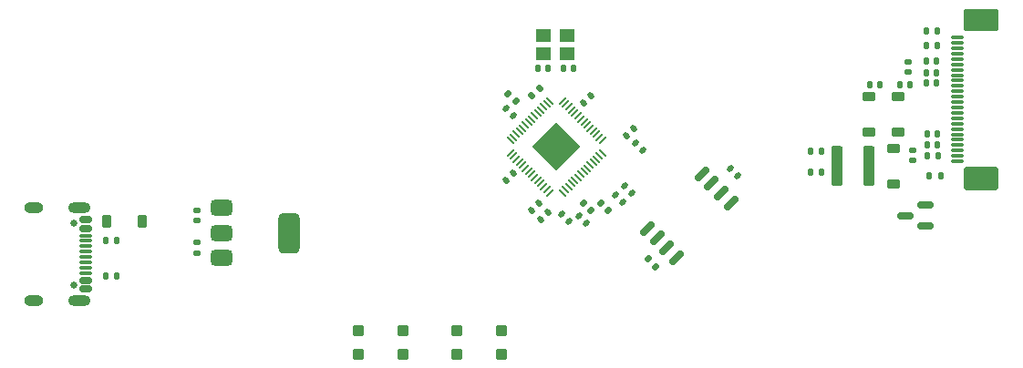
<source format=gbr>
%TF.GenerationSoftware,KiCad,Pcbnew,9.0.1*%
%TF.CreationDate,2025-10-31T20:13:03-04:00*%
%TF.ProjectId,arcus,61726375-732e-46b6-9963-61645f706362,2025-10-31*%
%TF.SameCoordinates,Original*%
%TF.FileFunction,Soldermask,Top*%
%TF.FilePolarity,Negative*%
%FSLAX46Y46*%
G04 Gerber Fmt 4.6, Leading zero omitted, Abs format (unit mm)*
G04 Created by KiCad (PCBNEW 9.0.1) date 2025-10-31 20:13:03*
%MOMM*%
%LPD*%
G01*
G04 APERTURE LIST*
G04 Aperture macros list*
%AMRoundRect*
0 Rectangle with rounded corners*
0 $1 Rounding radius*
0 $2 $3 $4 $5 $6 $7 $8 $9 X,Y pos of 4 corners*
0 Add a 4 corners polygon primitive as box body*
4,1,4,$2,$3,$4,$5,$6,$7,$8,$9,$2,$3,0*
0 Add four circle primitives for the rounded corners*
1,1,$1+$1,$2,$3*
1,1,$1+$1,$4,$5*
1,1,$1+$1,$6,$7*
1,1,$1+$1,$8,$9*
0 Add four rect primitives between the rounded corners*
20,1,$1+$1,$2,$3,$4,$5,0*
20,1,$1+$1,$4,$5,$6,$7,0*
20,1,$1+$1,$6,$7,$8,$9,0*
20,1,$1+$1,$8,$9,$2,$3,0*%
%AMRotRect*
0 Rectangle, with rotation*
0 The origin of the aperture is its center*
0 $1 length*
0 $2 width*
0 $3 Rotation angle, in degrees counterclockwise*
0 Add horizontal line*
21,1,$1,$2,0,0,$3*%
G04 Aperture macros list end*
%ADD10RoundRect,0.225000X-0.375000X0.225000X-0.375000X-0.225000X0.375000X-0.225000X0.375000X0.225000X0*%
%ADD11RoundRect,0.225000X0.375000X-0.225000X0.375000X0.225000X-0.375000X0.225000X-0.375000X-0.225000X0*%
%ADD12RoundRect,0.225000X0.225000X0.375000X-0.225000X0.375000X-0.225000X-0.375000X0.225000X-0.375000X0*%
%ADD13RoundRect,0.140000X-0.140000X-0.170000X0.140000X-0.170000X0.140000X0.170000X-0.140000X0.170000X0*%
%ADD14RoundRect,0.140000X0.170000X-0.140000X0.170000X0.140000X-0.170000X0.140000X-0.170000X-0.140000X0*%
%ADD15RoundRect,0.135000X0.226274X0.035355X0.035355X0.226274X-0.226274X-0.035355X-0.035355X-0.226274X0*%
%ADD16RoundRect,0.135000X0.135000X0.185000X-0.135000X0.185000X-0.135000X-0.185000X0.135000X-0.185000X0*%
%ADD17RoundRect,0.250000X-0.300000X-1.600000X0.300000X-1.600000X0.300000X1.600000X-0.300000X1.600000X0*%
%ADD18RoundRect,0.140000X0.219203X0.021213X0.021213X0.219203X-0.219203X-0.021213X-0.021213X-0.219203X0*%
%ADD19RoundRect,0.142500X-0.382500X-0.332500X0.382500X-0.332500X0.382500X0.332500X-0.382500X0.332500X0*%
%ADD20RoundRect,0.140000X-0.170000X0.140000X-0.170000X-0.140000X0.170000X-0.140000X0.170000X0.140000X0*%
%ADD21RoundRect,0.140000X0.140000X0.170000X-0.140000X0.170000X-0.140000X-0.170000X0.140000X-0.170000X0*%
%ADD22RoundRect,0.375000X-0.625000X-0.375000X0.625000X-0.375000X0.625000X0.375000X-0.625000X0.375000X0*%
%ADD23RoundRect,0.500000X-0.500000X-1.400000X0.500000X-1.400000X0.500000X1.400000X-0.500000X1.400000X0*%
%ADD24C,0.650000*%
%ADD25RoundRect,0.150000X-0.425000X0.150000X-0.425000X-0.150000X0.425000X-0.150000X0.425000X0.150000X0*%
%ADD26RoundRect,0.075000X-0.500000X0.075000X-0.500000X-0.075000X0.500000X-0.075000X0.500000X0.075000X0*%
%ADD27O,2.100000X1.000000*%
%ADD28O,1.800000X1.000000*%
%ADD29RoundRect,0.140000X-0.021213X0.219203X-0.219203X0.021213X0.021213X-0.219203X0.219203X-0.021213X0*%
%ADD30RoundRect,0.140000X-0.219203X-0.021213X-0.021213X-0.219203X0.219203X0.021213X0.021213X0.219203X0*%
%ADD31RoundRect,0.162500X0.344715X0.574524X-0.574524X-0.344715X-0.344715X-0.574524X0.574524X0.344715X0*%
%ADD32RoundRect,0.135000X-0.035355X0.226274X-0.226274X0.035355X0.035355X-0.226274X0.226274X-0.035355X0*%
%ADD33RoundRect,0.150000X0.587500X0.150000X-0.587500X0.150000X-0.587500X-0.150000X0.587500X-0.150000X0*%
%ADD34RoundRect,0.135000X-0.226274X-0.035355X-0.035355X-0.226274X0.226274X0.035355X0.035355X0.226274X0*%
%ADD35RoundRect,0.135000X-0.135000X-0.185000X0.135000X-0.185000X0.135000X0.185000X-0.135000X0.185000X0*%
%ADD36RoundRect,0.140000X0.021213X-0.219203X0.219203X-0.021213X-0.021213X0.219203X-0.219203X0.021213X0*%
%ADD37RoundRect,0.075000X0.525000X-0.075000X0.525000X0.075000X-0.525000X0.075000X-0.525000X-0.075000X0*%
%ADD38RoundRect,0.330000X1.320000X-0.770000X1.320000X0.770000X-1.320000X0.770000X-1.320000X-0.770000X0*%
%ADD39RoundRect,0.315000X1.335000X-0.735000X1.335000X0.735000X-1.335000X0.735000X-1.335000X-0.735000X0*%
%ADD40R,1.400000X1.200000*%
%ADD41RoundRect,0.050000X0.238649X0.309359X-0.309359X-0.238649X-0.238649X-0.309359X0.309359X0.238649X0*%
%ADD42RoundRect,0.050000X-0.238649X0.309359X-0.309359X0.238649X0.238649X-0.309359X0.309359X-0.238649X0*%
%ADD43RotRect,3.200000X3.200000X225.000000*%
G04 APERTURE END LIST*
D10*
%TO.C,D7*%
X172900000Y-78350000D03*
X172900000Y-81650000D03*
%TD*%
D11*
%TO.C,D6*%
X172462742Y-86450000D03*
X172462742Y-83150000D03*
%TD*%
%TO.C,D5*%
X170137258Y-81650000D03*
X170137258Y-78350000D03*
%TD*%
D12*
%TO.C,D1*%
X102705000Y-89920000D03*
X99405000Y-89920000D03*
%TD*%
D13*
%TO.C,C7*%
X165742742Y-85400000D03*
X164782742Y-85400000D03*
%TD*%
D14*
%TO.C,C6*%
X173800000Y-75120000D03*
X173800000Y-76080000D03*
%TD*%
D13*
%TO.C,C26*%
X139391142Y-75743223D03*
X140351142Y-75743223D03*
%TD*%
D15*
%TO.C,R1*%
X145960624Y-88960624D03*
X145239376Y-88239376D03*
%TD*%
D16*
%TO.C,R11*%
X176572742Y-83800000D03*
X175552742Y-83800000D03*
%TD*%
D13*
%TO.C,C8*%
X175582742Y-82800000D03*
X176542742Y-82800000D03*
%TD*%
%TO.C,C28*%
X175457258Y-76100000D03*
X176417258Y-76100000D03*
%TD*%
D17*
%TO.C,L2*%
X167162742Y-84800000D03*
X170162742Y-84800000D03*
%TD*%
D18*
%TO.C,C22*%
X137139411Y-80139411D03*
X136460589Y-79460589D03*
%TD*%
D19*
%TO.C,SW1*%
X122725000Y-100125000D03*
X126875000Y-100125000D03*
X122725000Y-102275000D03*
X126875000Y-102275000D03*
%TD*%
D20*
%TO.C,C27*%
X174262742Y-83320000D03*
X174262742Y-84280000D03*
%TD*%
D19*
%TO.C,SW2*%
X131925000Y-100125000D03*
X136075000Y-100125000D03*
X131925000Y-102275000D03*
X136075000Y-102275000D03*
%TD*%
D21*
%TO.C,C25*%
X142731142Y-75743223D03*
X141771142Y-75743223D03*
%TD*%
D22*
%TO.C,U3*%
X110050000Y-88700000D03*
X110050000Y-91000000D03*
D23*
X116350000Y-91000000D03*
D22*
X110050000Y-93300000D03*
%TD*%
D24*
%TO.C,J2*%
X96315000Y-90110000D03*
X96315000Y-95890000D03*
D25*
X97390000Y-89800000D03*
X97390000Y-90600000D03*
D26*
X97390000Y-91750000D03*
X97390000Y-92750000D03*
X97390000Y-93250000D03*
X97390000Y-94250000D03*
D25*
X97390000Y-95400000D03*
X97390000Y-96200000D03*
X97390000Y-96200000D03*
X97390000Y-95400000D03*
D26*
X97390000Y-94750000D03*
X97390000Y-93750000D03*
X97390000Y-92250000D03*
X97390000Y-91250000D03*
D25*
X97390000Y-90600000D03*
X97390000Y-89800000D03*
D27*
X96815000Y-88680000D03*
D28*
X92635000Y-88680000D03*
D27*
X96815000Y-97320000D03*
D28*
X92635000Y-97320000D03*
%TD*%
D29*
%TO.C,C13*%
X139539411Y-88260589D03*
X138860589Y-88939411D03*
%TD*%
D15*
%TO.C,R7*%
X137360624Y-78760624D03*
X136639376Y-78039376D03*
%TD*%
D13*
%TO.C,C1*%
X175520000Y-72200000D03*
X176480000Y-72200000D03*
%TD*%
D21*
%TO.C,C29*%
X165742742Y-83400000D03*
X164782742Y-83400000D03*
%TD*%
D30*
%TO.C,C17*%
X141660589Y-89260589D03*
X142339411Y-89939411D03*
%TD*%
D31*
%TO.C,U4*%
X157346526Y-88210293D03*
X156448500Y-87312267D03*
X155550475Y-86414242D03*
X154652449Y-85516216D03*
X149578958Y-90589707D03*
X150476984Y-91487733D03*
X151375009Y-92385758D03*
X152273035Y-93283784D03*
%TD*%
D21*
%TO.C,C3*%
X173980000Y-77200000D03*
X173020000Y-77200000D03*
%TD*%
D32*
%TO.C,R6*%
X139590624Y-77569376D03*
X138869376Y-78290624D03*
%TD*%
D33*
%TO.C,Q3*%
X175400242Y-90350000D03*
X175400242Y-88450000D03*
X173525242Y-89400000D03*
%TD*%
D34*
%TO.C,R5*%
X149639376Y-93439376D03*
X150360624Y-94160624D03*
%TD*%
D16*
%TO.C,R10*%
X176810000Y-85700000D03*
X175790000Y-85700000D03*
%TD*%
D13*
%TO.C,C4*%
X175457258Y-75000000D03*
X176417258Y-75000000D03*
%TD*%
D30*
%TO.C,C21*%
X143260589Y-89460589D03*
X143939411Y-90139411D03*
%TD*%
D14*
%TO.C,C11*%
X107800000Y-89880000D03*
X107800000Y-88920000D03*
%TD*%
D13*
%TO.C,C9*%
X175582742Y-81800000D03*
X176542742Y-81800000D03*
%TD*%
D30*
%TO.C,C16*%
X146660589Y-87460589D03*
X147339411Y-88139411D03*
%TD*%
D35*
%TO.C,R3*%
X99275000Y-91720000D03*
X100295000Y-91720000D03*
%TD*%
D29*
%TO.C,C20*%
X137139411Y-85460589D03*
X136460589Y-86139411D03*
%TD*%
D36*
%TO.C,C18*%
X143660589Y-78939411D03*
X144339411Y-78260589D03*
%TD*%
D13*
%TO.C,C5*%
X175457258Y-77100000D03*
X176417258Y-77100000D03*
%TD*%
D37*
%TO.C,U1*%
X178362742Y-84350000D03*
X178362742Y-83850000D03*
X178362742Y-83350000D03*
X178362742Y-82850000D03*
X178362742Y-82350000D03*
X178362742Y-81850000D03*
X178362742Y-81350000D03*
X178362742Y-80850000D03*
X178362742Y-80350000D03*
X178362742Y-79850000D03*
X178362742Y-79350000D03*
X178362742Y-78850000D03*
X178362742Y-78350000D03*
X178362742Y-77850000D03*
X178362742Y-77350000D03*
X178362742Y-76850000D03*
X178362742Y-76350000D03*
X178362742Y-75850000D03*
X178362742Y-75350000D03*
X178362742Y-74850000D03*
X178362742Y-74350000D03*
X178362742Y-73850000D03*
X178362742Y-73350000D03*
X178362742Y-72850000D03*
D38*
X180532742Y-85950000D03*
D39*
X180532742Y-71200000D03*
%TD*%
D29*
%TO.C,C19*%
X140339411Y-89060589D03*
X139660589Y-89739411D03*
%TD*%
D15*
%TO.C,R2*%
X144360624Y-88960624D03*
X143639376Y-88239376D03*
%TD*%
D36*
%TO.C,C15*%
X147660589Y-81939411D03*
X148339411Y-81260589D03*
%TD*%
D30*
%TO.C,C23*%
X147460589Y-86660589D03*
X148139411Y-87339411D03*
%TD*%
D13*
%TO.C,C2*%
X175520000Y-73600000D03*
X176480000Y-73600000D03*
%TD*%
D35*
%TO.C,R4*%
X99290000Y-95020000D03*
X100310000Y-95020000D03*
%TD*%
D21*
%TO.C,C10*%
X171217258Y-77200000D03*
X170257258Y-77200000D03*
%TD*%
D40*
%TO.C,Y1*%
X139960000Y-74360000D03*
X142160000Y-74360000D03*
X142160000Y-72660000D03*
X139960000Y-72660000D03*
%TD*%
D18*
%TO.C,C24*%
X158002153Y-85739411D03*
X157323331Y-85060589D03*
%TD*%
D41*
%TO.C,U2*%
X145400528Y-82407798D03*
X145117685Y-82124955D03*
X144834843Y-81842113D03*
X144552000Y-81559270D03*
X144269157Y-81276427D03*
X143986315Y-80993585D03*
X143703472Y-80710742D03*
X143420629Y-80427899D03*
X143137786Y-80145056D03*
X142854944Y-79862214D03*
X142572101Y-79579371D03*
X142289258Y-79296528D03*
X142006416Y-79013686D03*
X141723573Y-78730843D03*
D42*
X140539169Y-78730843D03*
X140256326Y-79013686D03*
X139973484Y-79296528D03*
X139690641Y-79579371D03*
X139407798Y-79862214D03*
X139124956Y-80145056D03*
X138842113Y-80427899D03*
X138559270Y-80710742D03*
X138276427Y-80993585D03*
X137993585Y-81276427D03*
X137710742Y-81559270D03*
X137427899Y-81842113D03*
X137145057Y-82124955D03*
X136862214Y-82407798D03*
D41*
X136862214Y-83592202D03*
X137145057Y-83875045D03*
X137427899Y-84157887D03*
X137710742Y-84440730D03*
X137993585Y-84723573D03*
X138276427Y-85006415D03*
X138559270Y-85289258D03*
X138842113Y-85572101D03*
X139124956Y-85854944D03*
X139407798Y-86137786D03*
X139690641Y-86420629D03*
X139973484Y-86703472D03*
X140256326Y-86986314D03*
X140539169Y-87269157D03*
D42*
X141723573Y-87269157D03*
X142006416Y-86986314D03*
X142289258Y-86703472D03*
X142572101Y-86420629D03*
X142854944Y-86137786D03*
X143137786Y-85854944D03*
X143420629Y-85572101D03*
X143703472Y-85289258D03*
X143986315Y-85006415D03*
X144269157Y-84723573D03*
X144552000Y-84440730D03*
X144834843Y-84157887D03*
X145117685Y-83875045D03*
X145400528Y-83592202D03*
D43*
X141131371Y-83000000D03*
%TD*%
D30*
%TO.C,C14*%
X148460589Y-82660589D03*
X149139411Y-83339411D03*
%TD*%
D14*
%TO.C,C12*%
X107800000Y-92880000D03*
X107800000Y-91920000D03*
%TD*%
M02*

</source>
